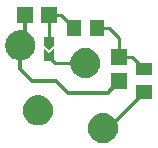
<source format=gbl>
G04 Layer: BottomLayer*
G04 EasyEDA v6.5.15, 2022-09-30 22:51:47*
G04 6c6a3108920e44c1b57cf9d56c6d46f1,9a5be75d700b4a6385dc1106f27949ae,10*
G04 Gerber Generator version 0.2*
G04 Scale: 100 percent, Rotated: No, Reflected: No *
G04 Dimensions in millimeters *
G04 leading zeros omitted , absolute positions ,4 integer and 5 decimal *
%FSLAX45Y45*%
%MOMM*%

%AMMACRO1*4,1,5,0.4572,-0.1397,0.4572,0.5588,-0.4572,0.5588,-0.4572,-0.1397,0,-0.5588,0.4572,-0.1397,0*%
%AMMACRO2*4,1,5,-0.4572,0.5397,-0.4572,-0.5397,0.4572,-0.5397,0.4572,0.5397,0,0.1206,-0.4572,0.5397,0*%
%AMMACRO3*21,1,$1,$2,0,0,$3*%
%ADD10C,0.2500*%
%ADD11C,0.3500*%
%ADD12MACRO1*%
%ADD13MACRO2*%
%ADD14MACRO3,1.377X1.1325X90.0000*%
%ADD15R,1.3770X1.1325*%
%ADD16MACRO3,1.377X1.1325X0.0000*%
%ADD17MACRO3,1.35X1.41X-90.0000*%
%ADD18R,1.3500X1.4100*%
%ADD19MACRO3,1.35X1.41X0.0000*%
%ADD20C,0.5200*%

%LPD*%
D10*
X1939993Y428581D02*
G01*
X1943000Y431584D01*
X1943000Y659996D01*
X2153368Y550006D02*
G01*
X2043379Y659996D01*
X1943000Y659996D01*
X2749984Y196634D02*
G01*
X2643621Y303001D01*
X2540012Y303001D01*
X2749984Y3368D02*
G01*
X2446621Y-299999D01*
X2400002Y-299999D01*
X2346642Y550006D02*
G01*
X2449995Y550001D01*
X2540012Y459991D01*
X2540012Y303001D01*
D11*
X1700001Y399999D02*
G01*
X1700001Y199999D01*
X1800001Y99999D01*
X2000001Y99999D01*
X2100000Y0D01*
X2443002Y0D01*
X2540012Y97010D01*
X1700001Y399999D02*
G01*
X1737004Y437001D01*
X1737004Y659996D01*
D10*
X1939993Y301581D02*
G01*
X1991573Y249999D01*
X2250003Y249999D01*
G36*
X1976881Y-150113D02*
G01*
X1975967Y-134797D01*
X1973198Y-119710D01*
X1968627Y-105079D01*
X1962327Y-91084D01*
X1954403Y-77978D01*
X1944954Y-65887D01*
X1934108Y-55041D01*
X1922018Y-45593D01*
X1908911Y-37668D01*
X1894916Y-31369D01*
X1880285Y-26796D01*
X1865198Y-24028D01*
X1849881Y-23113D01*
X1849881Y-23113D01*
X1834565Y-24028D01*
X1819478Y-26796D01*
X1804847Y-31369D01*
X1790852Y-37668D01*
X1777745Y-45593D01*
X1765655Y-55041D01*
X1754809Y-65887D01*
X1745361Y-77978D01*
X1737436Y-91084D01*
X1731137Y-105079D01*
X1726564Y-119710D01*
X1723796Y-134797D01*
X1722881Y-150113D01*
X1722881Y-150113D01*
X1723796Y-165430D01*
X1726564Y-180517D01*
X1731137Y-195148D01*
X1737436Y-209143D01*
X1745361Y-222250D01*
X1754809Y-234340D01*
X1765655Y-245186D01*
X1777745Y-254635D01*
X1790852Y-262559D01*
X1804847Y-268859D01*
X1819478Y-273430D01*
X1834565Y-276199D01*
X1849881Y-277113D01*
X1849881Y-277113D01*
X1865198Y-276199D01*
X1880285Y-273430D01*
X1894916Y-268859D01*
X1908911Y-262559D01*
X1922018Y-254635D01*
X1934108Y-245186D01*
X1944954Y-234340D01*
X1954403Y-222250D01*
X1962327Y-209143D01*
X1968627Y-195148D01*
X1973198Y-180517D01*
X1975967Y-165430D01*
X1976881Y-150113D01*
G37*
G36*
X2376931Y249936D02*
G01*
X2376017Y265252D01*
X2373248Y280339D01*
X2368677Y294970D01*
X2362377Y308965D01*
X2354453Y322071D01*
X2345004Y334162D01*
X2334158Y345008D01*
X2322068Y354456D01*
X2308961Y362381D01*
X2294966Y368680D01*
X2280335Y373253D01*
X2265248Y376021D01*
X2249931Y376936D01*
X2249931Y376936D01*
X2234615Y376021D01*
X2219528Y373253D01*
X2204897Y368680D01*
X2190902Y362381D01*
X2177795Y354456D01*
X2165705Y345008D01*
X2154859Y334162D01*
X2145411Y322071D01*
X2137486Y308965D01*
X2131187Y294970D01*
X2126614Y280339D01*
X2123846Y265252D01*
X2122931Y249936D01*
X2122931Y249936D01*
X2123846Y234619D01*
X2126614Y219532D01*
X2131187Y204901D01*
X2137486Y190906D01*
X2145411Y177800D01*
X2154859Y165709D01*
X2165705Y154863D01*
X2177795Y145414D01*
X2190902Y137490D01*
X2204897Y131190D01*
X2219528Y126619D01*
X2234615Y123850D01*
X2249931Y122936D01*
X2249931Y122936D01*
X2265248Y123850D01*
X2280335Y126619D01*
X2294966Y131190D01*
X2308961Y137490D01*
X2322068Y145414D01*
X2334158Y154863D01*
X2345004Y165709D01*
X2354453Y177800D01*
X2362377Y190906D01*
X2368677Y204901D01*
X2373248Y219532D01*
X2376017Y234619D01*
X2376931Y249936D01*
G37*
G36*
X1827021Y400050D02*
G01*
X1826107Y415366D01*
X1823338Y430453D01*
X1818767Y445084D01*
X1812467Y459079D01*
X1804543Y472186D01*
X1795094Y484276D01*
X1784248Y495122D01*
X1772157Y504570D01*
X1759051Y512495D01*
X1745056Y518795D01*
X1730425Y523367D01*
X1715338Y526135D01*
X1700021Y527050D01*
X1700021Y527050D01*
X1684705Y526135D01*
X1669618Y523367D01*
X1654987Y518795D01*
X1640992Y512495D01*
X1627886Y504570D01*
X1615795Y495122D01*
X1604949Y484276D01*
X1595501Y472186D01*
X1587576Y459079D01*
X1581277Y445084D01*
X1576704Y430453D01*
X1573936Y415366D01*
X1573021Y400050D01*
X1573021Y400050D01*
X1573936Y384733D01*
X1576704Y369646D01*
X1581277Y355015D01*
X1587576Y341020D01*
X1595501Y327913D01*
X1604949Y315823D01*
X1615795Y304977D01*
X1627886Y295529D01*
X1640992Y287604D01*
X1654987Y281304D01*
X1669618Y276732D01*
X1684705Y273964D01*
X1700021Y273050D01*
X1700021Y273050D01*
X1715338Y273964D01*
X1730425Y276732D01*
X1745056Y281304D01*
X1759051Y287604D01*
X1772157Y295529D01*
X1784248Y304977D01*
X1795094Y315823D01*
X1804543Y327913D01*
X1812467Y341020D01*
X1818767Y355015D01*
X1823338Y369646D01*
X1826107Y384733D01*
X1827021Y400050D01*
G37*
G36*
X2273045Y-299973D02*
G01*
X2273960Y-315290D01*
X2276729Y-330377D01*
X2281301Y-345008D01*
X2287600Y-359003D01*
X2295525Y-372110D01*
X2304973Y-384200D01*
X2315819Y-395046D01*
X2327910Y-404495D01*
X2341016Y-412419D01*
X2355011Y-418719D01*
X2369642Y-423290D01*
X2384729Y-426059D01*
X2400045Y-426973D01*
X2400045Y-426973D01*
X2415362Y-426059D01*
X2430449Y-423290D01*
X2445080Y-418719D01*
X2459075Y-412419D01*
X2472181Y-404495D01*
X2484272Y-395046D01*
X2495118Y-384200D01*
X2504566Y-372110D01*
X2512491Y-359003D01*
X2518790Y-345008D01*
X2523363Y-330377D01*
X2526131Y-315290D01*
X2527045Y-299973D01*
X2527045Y-299973D01*
X2526131Y-284657D01*
X2523363Y-269570D01*
X2518790Y-254939D01*
X2512491Y-240944D01*
X2504566Y-227837D01*
X2495118Y-215747D01*
X2484272Y-204901D01*
X2472181Y-195453D01*
X2459075Y-187528D01*
X2445080Y-181229D01*
X2430449Y-176656D01*
X2415362Y-173888D01*
X2400045Y-172973D01*
X2400045Y-172973D01*
X2384729Y-173888D01*
X2369642Y-176656D01*
X2355011Y-181229D01*
X2341016Y-187528D01*
X2327910Y-195453D01*
X2315819Y-204901D01*
X2304973Y-215747D01*
X2295525Y-227837D01*
X2287600Y-240944D01*
X2281301Y-254939D01*
X2276729Y-269570D01*
X2273960Y-284657D01*
X2273045Y-299973D01*
G37*
D12*
G01*
X1939996Y410799D03*
D13*
G01*
X1939996Y317454D03*
D14*
G01*
X2153373Y549998D03*
G01*
X2346627Y549998D03*
D15*
G01*
X2750007Y196621D03*
D16*
G01*
X2749999Y3373D03*
D17*
G01*
X1942995Y659998D03*
G01*
X1736996Y659998D03*
D18*
G01*
X2540000Y302996D03*
D19*
G01*
X2539994Y97000D03*
D20*
G01*
X1900001Y-99999D03*
G01*
X2200000Y199999D03*
M02*

</source>
